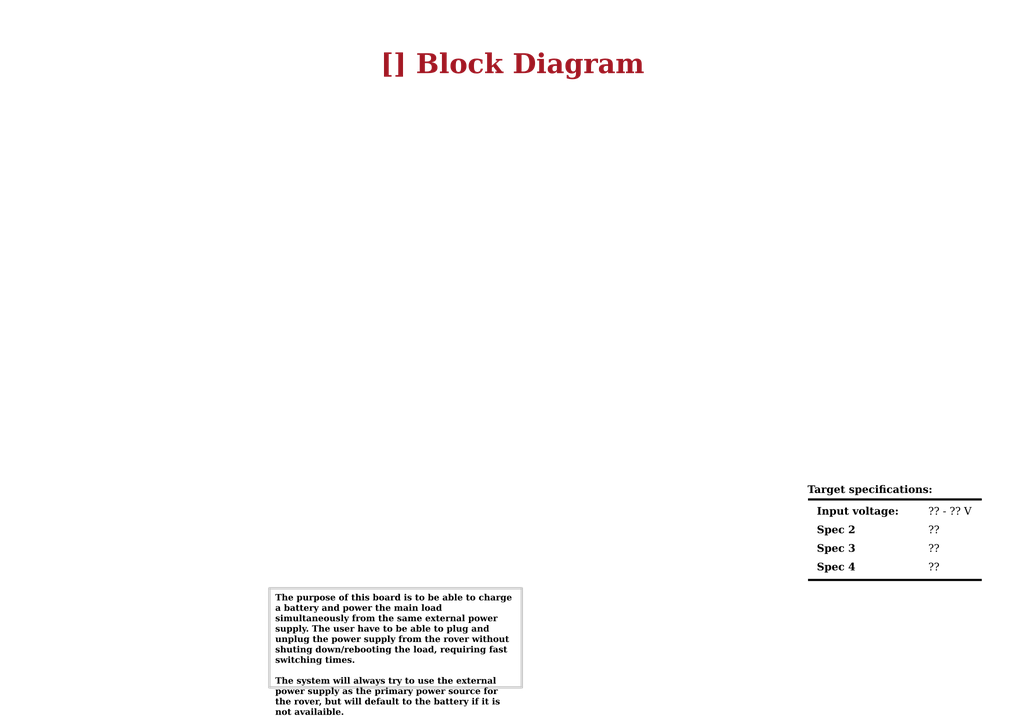
<source format=kicad_sch>
(kicad_sch
	(version 20250114)
	(generator "eeschema")
	(generator_version "9.0")
	(uuid "d4440dba-022e-49b2-97f2-6fc1871c7304")
	(paper "A3")
	(title_block
		(title "Block Diagram")
		(date "2025-02-16")
		(rev "${REVISION}")
		(company "${COMPANY}")
	)
	(lib_symbols)
	(rectangle
		(start 331.47 237.49)
		(end 402.59 238.252)
		(stroke
			(width 0)
			(type default)
			(color 0 0 0 1)
		)
		(fill
			(type color)
			(color 0 0 0 1)
		)
		(uuid 8956a1c0-282a-4b1e-927b-8bc74278d14f)
	)
	(rectangle
		(start 331.47 204.47)
		(end 402.59 205.232)
		(stroke
			(width 0)
			(type default)
			(color 0 0 0 1)
		)
		(fill
			(type color)
			(color 0 0 0 1)
		)
		(uuid d631d51a-2515-45dc-a2c0-e57c4fee46cd)
	)
	(text_box "Spec 3"
		(exclude_from_sim no)
		(at 332.74 220.98 0)
		(size 41.91 7.62)
		(margins 2.2859 2.2859 2.2859 2.2859)
		(stroke
			(width -0.0001)
			(type default)
		)
		(fill
			(type none)
		)
		(effects
			(font
				(face "Times New Roman")
				(size 3.048 3.048)
				(thickness 0.4572)
				(bold yes)
				(color 0 0 0 1)
			)
			(justify left top)
		)
		(uuid "094af17b-7d27-428a-ac7d-32c4461d72c7")
	)
	(text_box "Spec 2"
		(exclude_from_sim no)
		(at 332.74 213.36 0)
		(size 43.18 7.62)
		(margins 2.2859 2.2859 2.2859 2.2859)
		(stroke
			(width -0.0001)
			(type default)
		)
		(fill
			(type none)
		)
		(effects
			(font
				(face "Times New Roman")
				(size 3.048 3.048)
				(thickness 0.4572)
				(bold yes)
				(color 0 0 0 1)
			)
			(justify left top)
		)
		(uuid "16ff5c12-a59a-498f-9a58-8440cea84b9d")
	)
	(text_box "The purpose of this board is to be able to charge a battery and power the main load simultaneously from the same external power supply. The user have to be able to plug and unplug the power supply from the rover without shuting down/rebooting the load, requiring fast switching times. \n\nThe system will always try to use the external power supply as the primary power source for the rover, but will default to the battery if it is not availaible. "
		(exclude_from_sim no)
		(at 110.49 241.3 0)
		(size 103.505 40.64)
		(margins 2.405 2.405 2.405 2.405)
		(stroke
			(width 1)
			(type solid)
			(color 200 200 200 1)
		)
		(fill
			(type none)
		)
		(effects
			(font
				(face "Times New Roman")
				(size 2.54 2.54)
				(thickness 0.4)
				(bold yes)
				(color 0 0 0 1)
			)
			(justify left top)
		)
		(uuid "26ce56e5-38e4-4655-be64-6e6e9a23e8c5")
	)
	(text_box "Input voltage:"
		(exclude_from_sim no)
		(at 332.74 205.74 0)
		(size 41.91 7.62)
		(margins 2.2859 2.2859 2.2859 2.2859)
		(stroke
			(width -0.0001)
			(type default)
		)
		(fill
			(type none)
		)
		(effects
			(font
				(face "Times New Roman")
				(size 3.048 3.048)
				(thickness 0.4572)
				(bold yes)
				(color 0 0 0 1)
			)
			(justify left top)
		)
		(uuid "347e7e61-7c93-449c-8c65-b1d74937394e")
	)
	(text_box "??"
		(exclude_from_sim no)
		(at 378.46 228.6 0)
		(size 24.13 7.62)
		(margins 2.2859 2.2859 2.2859 2.2859)
		(stroke
			(width -0.0001)
			(type default)
		)
		(fill
			(type none)
		)
		(effects
			(font
				(face "Times New Roman")
				(size 3.048 3.048)
				(color 0 0 0 1)
			)
			(justify left top)
		)
		(uuid "37354c60-dbdb-4aa1-a2b0-e6db1fd7a12e")
	)
	(text_box "??"
		(exclude_from_sim no)
		(at 378.46 213.36 0)
		(size 24.13 7.62)
		(margins 2.2859 2.2859 2.2859 2.2859)
		(stroke
			(width -0.0001)
			(type default)
		)
		(fill
			(type none)
		)
		(effects
			(font
				(face "Times New Roman")
				(size 3.048 3.048)
				(color 0 0 0 1)
			)
			(justify left top)
		)
		(uuid "3d9a8928-04fd-4c32-8894-e3210045027d")
	)
	(text_box "[${#}] ${TITLE}"
		(exclude_from_sim no)
		(at 144.78 20.32 0)
		(size 130.81 12.7)
		(margins 5.9999 5.9999 5.9999 5.9999)
		(stroke
			(width -0.0001)
			(type default)
		)
		(fill
			(type none)
		)
		(effects
			(font
				(face "Times New Roman")
				(size 8 8)
				(thickness 1.2)
				(bold yes)
				(color 162 22 34 1)
			)
		)
		(uuid "73b2b29c-2473-4e80-be0b-4f57c6856c3e")
	)
	(text_box "Target specifications:"
		(exclude_from_sim no)
		(at 328.93 196.85 0)
		(size 73.66 7.62)
		(margins 2.2859 2.2859 2.2859 2.2859)
		(stroke
			(width -0.0001)
			(type default)
		)
		(fill
			(type none)
		)
		(effects
			(font
				(face "Times New Roman")
				(size 3.048 3.048)
				(thickness 0.4572)
				(bold yes)
				(color 0 0 0 1)
			)
			(justify left top)
		)
		(uuid "874bfc99-fafe-40d4-b7af-9ddb98b61eea")
	)
	(text_box "??"
		(exclude_from_sim no)
		(at 378.46 220.98 0)
		(size 24.13 7.62)
		(margins 2.2859 2.2859 2.2859 2.2859)
		(stroke
			(width -0.0001)
			(type default)
		)
		(fill
			(type none)
		)
		(effects
			(font
				(face "Times New Roman")
				(size 3.048 3.048)
				(color 0 0 0 1)
			)
			(justify left top)
		)
		(uuid "8d13c5b4-c5e0-49ad-8e30-5a14333c15f4")
	)
	(text_box "?? - ?? V"
		(exclude_from_sim no)
		(at 378.46 205.74 0)
		(size 24.13 7.62)
		(margins 2.2859 2.2859 2.2859 2.2859)
		(stroke
			(width -0.0001)
			(type default)
		)
		(fill
			(type none)
		)
		(effects
			(font
				(face "Times New Roman")
				(size 3.048 3.048)
				(color 0 0 0 1)
			)
			(justify left top)
		)
		(uuid "aa388299-5267-444a-a70f-fbbbf3a9efdc")
	)
	(text_box "Spec 4"
		(exclude_from_sim no)
		(at 332.74 228.6 0)
		(size 44.45 7.62)
		(margins 2.2859 2.2859 2.2859 2.2859)
		(stroke
			(width -0.0001)
			(type default)
		)
		(fill
			(type none)
		)
		(effects
			(font
				(face "Times New Roman")
				(size 3.048 3.048)
				(thickness 0.4572)
				(bold yes)
				(color 0 0 0 1)
			)
			(justify left top)
		)
		(uuid "f73ecd5d-28d4-4dc6-ad8d-2c156959b733")
	)
)

</source>
